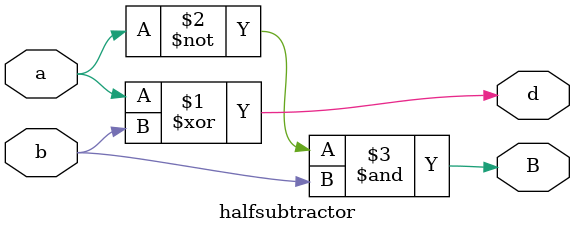
<source format=sv>
module halfsubtractor (a,b,d,B);
  input a,b;
  output d,B;
  assign d = a^b;
  assign B = ((~a)&b);
endmodule
</source>
